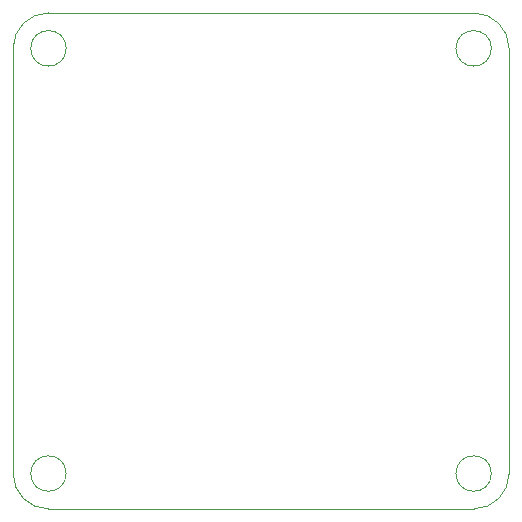
<source format=gbr>
%TF.GenerationSoftware,KiCad,Pcbnew,7.0.6*%
%TF.CreationDate,2023-09-28T21:06:28-04:00*%
%TF.ProjectId,Welder_Knob,57656c64-6572-45f4-9b6e-6f622e6b6963,rev?*%
%TF.SameCoordinates,Original*%
%TF.FileFunction,Profile,NP*%
%FSLAX46Y46*%
G04 Gerber Fmt 4.6, Leading zero omitted, Abs format (unit mm)*
G04 Created by KiCad (PCBNEW 7.0.6) date 2023-09-28 21:06:28*
%MOMM*%
%LPD*%
G01*
G04 APERTURE LIST*
%TA.AperFunction,Profile*%
%ADD10C,0.100000*%
%TD*%
G04 APERTURE END LIST*
D10*
X162000000Y-63000000D02*
G75*
G03*
X159000000Y-60000000I-3000000J0D01*
G01*
X124500000Y-63000000D02*
G75*
G03*
X124500000Y-63000000I-1500000J0D01*
G01*
X160499999Y-98999999D02*
G75*
G03*
X160499999Y-98999999I-1500000J0D01*
G01*
X120000000Y-63000000D02*
X120000000Y-99000000D01*
X123000000Y-60000000D02*
G75*
G03*
X120000000Y-63000000I0J-3000000D01*
G01*
X159000000Y-102000000D02*
G75*
G03*
X162000000Y-99000000I0J3000000D01*
G01*
X162000000Y-99000000D02*
X162000000Y-63000000D01*
X123000000Y-102000000D02*
X159000000Y-102000000D01*
X124500001Y-98999999D02*
G75*
G03*
X124500001Y-98999999I-1500000J0D01*
G01*
X160499999Y-63000001D02*
G75*
G03*
X160499999Y-63000001I-1500000J0D01*
G01*
X159000000Y-60000000D02*
X123000000Y-60000000D01*
X120000000Y-99000000D02*
G75*
G03*
X123000000Y-102000000I3000000J0D01*
G01*
M02*

</source>
